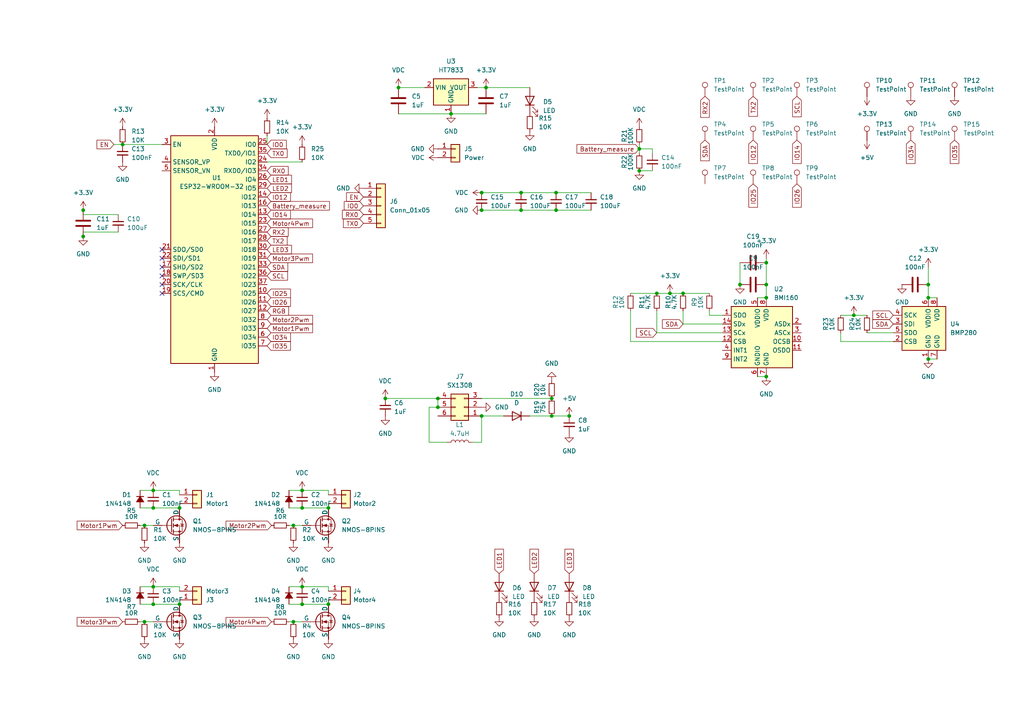
<source format=kicad_sch>
(kicad_sch (version 20250114) (generator "eeschema") (generator_version "9.0")
  (paper "A4")
  (lib_symbols
    (symbol "Connector:TestPoint" (pin_numbers (hide yes)) (pin_names (offset 0.762) (hide yes))
      (property "Reference" "TP" (at 0 6.858 0))
      (property "Value" "TestPoint" (at 0 5.08 0))
      (symbol "TestPoint_1_1"
        (pin passive line (at 0 0 90) (length 2.54) (name "1") (number "1"))
      )
    )
    (symbol "Connector_Generic:Conn_01x02" (pin_names (offset 1.016) (hide yes))
      (property "Reference" "J" (at 0 2.54 0))
      (property "Value" "Conn_01x02" (at 0 -5.08 0))
      (symbol "Conn_01x02_1_1"
        (pin passive line (at -5.08 0 0) (length 3.81) (name "Pin_1") (number "1"))
        (pin passive line (at -5.08 -2.54 0) (length 3.81) (name "Pin_2") (number "2"))
      )
    )
    (symbol "Connector_Generic:Conn_01x05" (pin_names (offset 1.016) (hide yes))
      (property "Reference" "J" (at 0 7.62 0))
      (property "Value" "Conn_01x05" (at 0 -7.62 0))
      (symbol "Conn_01x05_1_1"
        (pin passive line (at -5.08 5.08 0) (length 3.81) (name "Pin_1") (number "1"))
        (pin passive line (at -5.08 2.54 0) (length 3.81) (name "Pin_2") (number "2"))
        (pin passive line (at -5.08 0 0) (length 3.81) (name "Pin_3") (number "3"))
        (pin passive line (at -5.08 -2.54 0) (length 3.81) (name "Pin_4") (number "4"))
        (pin passive line (at -5.08 -5.08 0) (length 3.81) (name "Pin_5") (number "5"))
      )
    )
    (symbol "Connector_Generic:Conn_02x03_Counter_Clockwise" (pin_names (offset 1.016) (hide yes))
      (property "Reference" "J" (at 1.27 5.08 0))
      (property "Value" "Conn_02x03_Counter_Clockwise" (at 1.27 -5.08 0))
      (symbol "Conn_02x03_Counter_Clockwise_1_1"
        (pin passive line (at -5.08 2.54 0) (length 3.81) (name "Pin_1") (number "1"))
        (pin passive line (at -5.08 0 0) (length 3.81) (name "Pin_2") (number "2"))
        (pin passive line (at -5.08 -2.54 0) (length 3.81) (name "Pin_3") (number "3"))
        (pin passive line (at 7.62 2.54 180) (length 3.81) (name "Pin_6") (number "6"))
        (pin passive line (at 7.62 0 180) (length 3.81) (name "Pin_5") (number "5"))
        (pin passive line (at 7.62 -2.54 180) (length 3.81) (name "Pin_4") (number "4"))
      )
    )
    (symbol "Device:C" (pin_numbers (hide yes)) (pin_names (offset 0.254))
      (property "Reference" "C" (at 0.635 2.54 0))
      (property "Value" "C" (at 0.635 -2.54 0))
      (symbol "C_1_1"
        (pin passive line (at 0 3.81 270) (length 2.794) (name "~") (number "1"))
        (pin passive line (at 0 -3.81 90) (length 2.794) (name "~") (number "2"))
      )
    )
    (symbol "Device:C_Small" (pin_numbers (hide yes)) (pin_names (offset 0.254) (hide yes))
      (property "Reference" "C" (at 0.254 1.778 0))
      (property "Value" "C_Small" (at 0.254 -2.032 0))
      (symbol "C_Small_1_1"
        (pin passive line (at 0 2.54 270) (length 2.032) (name "~") (number "1"))
        (pin passive line (at 0 -2.54 90) (length 2.032) (name "~") (number "2"))
      )
    )
    (symbol "Device:D" (pin_numbers (hide yes)) (pin_names (offset 1.016) (hide yes))
      (property "Reference" "D" (at 0 2.54 0))
      (property "Value" "D" (at 0 -2.54 0))
      (symbol "D_1_1"
        (pin passive line (at -3.81 0 0) (length 2.54) (name "K") (number "1"))
        (pin passive line (at 3.81 0 180) (length 2.54) (name "A") (number "2"))
      )
    )
    (symbol "Device:D_Small_Filled" (pin_numbers (hide yes)) (pin_names (offset 0.254) (hide yes))
      (property "Reference" "D" (at -1.27 2.032 0))
      (property "Value" "D_Small_Filled" (at -3.81 -2.032 0))
      (symbol "D_Small_Filled_1_1"
        (pin passive line (at -2.54 0 0) (length 1.778) (name "K") (number "1"))
        (pin passive line (at 2.54 0 180) (length 1.778) (name "A") (number "2"))
      )
    )
    (symbol "Device:L" (pin_numbers (hide yes)) (pin_names (offset 1.016) (hide yes))
      (property "Reference" "L" (at -1.27 0 90))
      (property "Value" "L" (at 1.905 0 90))
      (symbol "L_1_1"
        (pin passive line (at 0 3.81 270) (length 1.27) (name "1") (number "1"))
        (pin passive line (at 0 -3.81 90) (length 1.27) (name "2") (number "2"))
      )
    )
    (symbol "Device:LED" (pin_numbers (hide yes)) (pin_names (offset 1.016) (hide yes))
      (property "Reference" "D" (at 0 2.54 0))
      (property "Value" "LED" (at 0 -2.54 0))
      (symbol "LED_1_1"
        (pin passive line (at -3.81 0 0) (length 2.54) (name "K") (number "1"))
        (pin passive line (at 3.81 0 180) (length 2.54) (name "A") (number "2"))
      )
    )
    (symbol "Device:R_Small" (pin_numbers (hide yes)) (pin_names (offset 0.254) (hide yes))
      (property "Reference" "R" (at 0.762 0.508 0))
      (property "Value" "R_Small" (at 0.762 -1.016 0))
      (symbol "R_Small_1_1"
        (pin passive line (at 0 2.54 270) (length 0.762) (name "~") (number "1"))
        (pin passive line (at 0 -2.54 90) (length 0.762) (name "~") (number "2"))
      )
    )
    (symbol "RF_Module:ESP32-WROOM-32"
      (property "Reference" "U" (at -12.7 34.29 0))
      (property "Value" "ESP32-WROOM-32" (at 1.27 34.29 0))
      (symbol "ESP32-WROOM-32_1_1"
        (pin input line (at -15.24 30.48 0) (length 2.54) (name "EN") (number "3"))
        (pin input line (at -15.24 25.4 0) (length 2.54) (name "SENSOR_VP") (number "4"))
        (pin input line (at -15.24 22.86 0) (length 2.54) (name "SENSOR_VN") (number "5"))
        (pin bidirectional line (at -15.24 0 0) (length 2.54) (name "SDO/SD0") (number "21"))
        (pin bidirectional line (at -15.24 -2.54 0) (length 2.54) (name "SDI/SD1") (number "22"))
        (pin bidirectional line (at -15.24 -5.08 0) (length 2.54) (name "SHD/SD2") (number "17"))
        (pin bidirectional line (at -15.24 -7.62 0) (length 2.54) (name "SWP/SD3") (number "18"))
        (pin bidirectional line (at -15.24 -10.16 0) (length 2.54) (name "SCK/CLK") (number "20"))
        (pin bidirectional line (at -15.24 -12.7 0) (length 2.54) (name "SCS/CMD") (number "19"))
        (pin no_connect line (at -12.7 -27.94 0) (length 2.54) (hide yes) (name "NC") (number "32"))
        (pin power_in line (at 0 35.56 270) (length 2.54) (name "VDD") (number "2"))
        (pin power_in line (at 0 -35.56 90) (length 2.54) (name "GND") (number "1"))
        (pin passive line (at 0 -35.56 90) (length 2.54) (hide yes) (name "GND") (number "15"))
        (pin passive line (at 0 -35.56 90) (length 2.54) (hide yes) (name "GND") (number "38"))
        (pin passive line (at 0 -35.56 90) (length 2.54) (hide yes) (name "GND") (number "39"))
        (pin bidirectional line (at 15.24 30.48 180) (length 2.54) (name "IO0") (number "25"))
        (pin bidirectional line (at 15.24 27.94 180) (length 2.54) (name "TXD0/IO1") (number "35"))
        (pin bidirectional line (at 15.24 25.4 180) (length 2.54) (name "IO2") (number "24"))
        (pin bidirectional line (at 15.24 22.86 180) (length 2.54) (name "RXD0/IO3") (number "34"))
        (pin bidirectional line (at 15.24 20.32 180) (length 2.54) (name "IO4") (number "26"))
        (pin bidirectional line (at 15.24 17.78 180) (length 2.54) (name "IO5") (number "29"))
        (pin bidirectional line (at 15.24 15.24 180) (length 2.54) (name "IO12") (number "14"))
        (pin bidirectional line (at 15.24 12.7 180) (length 2.54) (name "IO13") (number "16"))
        (pin bidirectional line (at 15.24 10.16 180) (length 2.54) (name "IO14") (number "13"))
        (pin bidirectional line (at 15.24 7.62 180) (length 2.54) (name "IO15") (number "23"))
        (pin bidirectional line (at 15.24 5.08 180) (length 2.54) (name "IO16") (number "27"))
        (pin bidirectional line (at 15.24 2.54 180) (length 2.54) (name "IO17") (number "28"))
        (pin bidirectional line (at 15.24 0 180) (length 2.54) (name "IO18") (number "30"))
        (pin bidirectional line (at 15.24 -2.54 180) (length 2.54) (name "IO19") (number "31"))
        (pin bidirectional line (at 15.24 -5.08 180) (length 2.54) (name "IO21") (number "33"))
        (pin bidirectional line (at 15.24 -7.62 180) (length 2.54) (name "IO22") (number "36"))
        (pin bidirectional line (at 15.24 -10.16 180) (length 2.54) (name "IO23") (number "37"))
        (pin bidirectional line (at 15.24 -12.7 180) (length 2.54) (name "IO25") (number "10"))
        (pin bidirectional line (at 15.24 -15.24 180) (length 2.54) (name "IO26") (number "11"))
        (pin bidirectional line (at 15.24 -17.78 180) (length 2.54) (name "IO27") (number "12"))
        (pin bidirectional line (at 15.24 -20.32 180) (length 2.54) (name "IO32") (number "8"))
        (pin bidirectional line (at 15.24 -22.86 180) (length 2.54) (name "IO33") (number "9"))
        (pin input line (at 15.24 -25.4 180) (length 2.54) (name "IO34") (number "6"))
        (pin input line (at 15.24 -27.94 180) (length 2.54) (name "IO35") (number "7"))
      )
    )
    (symbol "Regulator_Linear:HT75xx-1-SOT89"
      (property "Reference" "U" (at -5.08 -3.81 0))
      (property "Value" "HT75xx-1-SOT89" (at 0 6.35 0))
      (symbol "HT75xx-1-SOT89_1_1"
        (pin power_in line (at -7.62 2.54 0) (length 2.54) (name "VIN") (number "2"))
        (pin power_in line (at 0 -5.08 90) (length 2.54) (name "GND") (number "1"))
        (pin power_out line (at 7.62 2.54 180) (length 2.54) (name "VOUT") (number "3"))
      )
    )
    (symbol "Sensor_Motion:BMI160"
      (property "Reference" "U" (at -10.16 8.89 0))
      (property "Value" "BMI160" (at 7.62 8.89 0))
      (symbol "BMI160_1_1"
        (pin bidirectional line (at -12.7 5.08 0) (length 2.54) (name "SDO") (number "1"))
        (pin bidirectional line (at -12.7 2.54 0) (length 2.54) (name "SDx") (number "14"))
        (pin input line (at -12.7 0 0) (length 2.54) (name "SCx") (number "13"))
        (pin input line (at -12.7 -2.54 0) (length 2.54) (name "CSB") (number "12"))
        (pin bidirectional line (at -12.7 -5.08 0) (length 2.54) (name "INT1") (number "4"))
        (pin bidirectional line (at -12.7 -7.62 0) (length 2.54) (name "INT2") (number "9"))
        (pin power_in line (at -2.54 10.16 270) (length 2.54) (name "VDDIO") (number "5"))
        (pin power_in line (at -2.54 -12.7 90) (length 2.54) (name "GNDIO") (number "6"))
        (pin power_in line (at 0 10.16 270) (length 2.54) (name "VDD") (number "8"))
        (pin power_in line (at 0 -12.7 90) (length 2.54) (name "GND") (number "7"))
        (pin bidirectional line (at 10.16 2.54 180) (length 2.54) (name "ASDx") (number "2"))
        (pin output line (at 10.16 0 180) (length 2.54) (name "ASCx") (number "3"))
        (pin bidirectional line (at 10.16 -2.54 180) (length 2.54) (name "OCSB") (number "10"))
        (pin bidirectional line (at 10.16 -5.08 180) (length 2.54) (name "OSDO") (number "11"))
      )
    )
    (symbol "Sensor_Pressure:BMP280"
      (property "Reference" "U" (at -7.62 10.16 0))
      (property "Value" "BMP280" (at 5.08 10.16 0))
      (symbol "BMP280_1_1"
        (pin input line (at -10.16 5.08 0) (length 2.54) (name "SCK") (number "4"))
        (pin bidirectional line (at -10.16 2.54 0) (length 2.54) (name "SDI") (number "3"))
        (pin bidirectional line (at -10.16 0 0) (length 2.54) (name "SDO") (number "5"))
        (pin input line (at -10.16 -2.54 0) (length 2.54) (name "CSB") (number "2"))
        (pin power_in line (at 0 10.16 270) (length 2.54) (name "VDDIO") (number "6"))
        (pin power_in line (at 0 -7.62 90) (length 2.54) (name "GND") (number "1"))
        (pin power_in line (at 2.54 10.16 270) (length 2.54) (name "VDD") (number "8"))
        (pin power_in line (at 2.54 -7.62 90) (length 2.54) (name "GND") (number "7"))
      )
    )
    (symbol "TiManh:NMOS-8PINS" (pin_numbers (hide yes)) (pin_names (offset 0))
      (property "Reference" "Q" (at 3.81 1.27 0))
      (property "Value" "NMOS-8PINS" (at 3.81 -1.27 0))
      (symbol "NMOS-8PINS_1_1"
        (pin input line (at -6.35 0 0) (length 2.54) (name "G") (number "4"))
        (pin passive line (at 1.27 5.08 270) (length 2.54) (name "D") (number "5"))
        (pin passive line (at 1.27 5.08 270) (length 2.54) (name "D") (number "6"))
        (pin passive line (at 1.27 5.08 270) (length 2.54) (name "D") (number "7"))
        (pin passive line (at 1.27 5.08 270) (length 2.54) (name "D") (number "8"))
        (pin passive line (at 1.27 -5.08 90) (length 2.54) (name "S") (number "1"))
        (pin passive line (at 1.27 -5.08 90) (length 2.54) (name "S") (number "2"))
        (pin passive line (at 1.27 -5.08 90) (length 2.54) (name "S") (number "3"))
      )
    )
    (symbol "power:+3.3V" (power) (pin_numbers (hide yes)) (pin_names (offset 0) (hide yes))
      (property "Value" "+3.3V" (at 0 3.556 0))
      (symbol "+3.3V_1_1"
        (pin power_in line (at 0 0 90) (length 0) (name "~") (number "1"))
      )
    )
    (symbol "power:+5V" (power) (pin_numbers (hide yes)) (pin_names (offset 0) (hide yes))
      (property "Value" "+5V" (at 0 3.556 0))
      (symbol "+5V_1_1"
        (pin power_in line (at 0 0 90) (length 0) (name "~") (number "1"))
      )
    )
    (symbol "power:GND" (power) (pin_numbers (hide yes)) (pin_names (offset 0) (hide yes))
      (property "Value" "GND" (at 0 -3.81 0))
      (symbol "GND_1_1"
        (pin power_in line (at 0 0 270) (length 0) (name "~") (number "1"))
      )
    )
    (symbol "power:VDC" (power) (pin_numbers (hide yes)) (pin_names (offset 0) (hide yes))
      (property "Value" "VDC" (at 0 3.556 0))
      (symbol "VDC_1_1"
        (pin power_in line (at 0 0 90) (length 0) (name "~") (number "1"))
      )
    )
  )
  (junction (at 140.97 25.4))
  (junction (at 139.7 55.88))
  (junction (at 190.5 85.09))
  (junction (at 222.25 86.36))
  (junction (at 269.24 86.36))
  (junction (at 127 115.57))
  (junction (at 139.7 60.96))
  (junction (at 269.24 82.55))
  (junction (at 41.91 180.34))
  (junction (at 87.63 175.26))
  (junction (at 87.63 170.18))
  (junction (at 130.81 33.02))
  (junction (at 52.07 175.26))
  (junction (at 161.29 55.88))
  (junction (at 194.31 85.09))
  (junction (at 160.02 120.65))
  (junction (at 85.09 152.4))
  (junction (at 24.13 60.96))
  (junction (at 151.13 60.96))
  (junction (at 127 118.11))
  (junction (at 247.65 91.44))
  (junction (at 95.25 175.26))
  (junction (at 185.42 49.53))
  (junction (at 139.7 120.65))
  (junction (at 161.29 60.96))
  (junction (at 44.45 170.18))
  (junction (at 269.24 104.14))
  (junction (at 222.25 76.2))
  (junction (at 52.07 147.32))
  (junction (at 87.63 147.32))
  (junction (at 115.57 25.4))
  (junction (at 35.56 41.91))
  (junction (at 198.12 85.09))
  (junction (at 222.25 82.55))
  (junction (at 44.45 147.32))
  (junction (at 85.09 180.34))
  (junction (at 44.45 175.26))
  (junction (at 160.02 115.57))
  (junction (at 87.63 142.24))
  (junction (at 111.76 115.57))
  (junction (at 44.45 142.24))
  (junction (at 165.1 120.65))
  (junction (at 41.91 152.4))
  (junction (at 214.63 82.55))
  (junction (at 151.13 55.88))
  (junction (at 24.13 68.58))
  (junction (at 95.25 147.32))
  (junction (at 222.25 109.22))
  (junction (at 185.42 43.18))
  (no_connect (at 46.99 72.39))
  (no_connect (at 46.99 80.01))
  (no_connect (at 46.99 85.09))
  (no_connect (at 46.99 74.93))
  (no_connect (at 46.99 82.55))
  (no_connect (at 46.99 77.47))
  (wire (pts (xy 44.45 147.32) (xy 52.07 147.32)))
  (wire (pts (xy 190.5 85.09) (xy 194.31 85.09)))
  (wire (pts (xy 151.13 60.96) (xy 161.29 60.96)))
  (wire (pts (xy 139.7 115.57) (xy 160.02 115.57)))
  (wire (pts (xy 33.02 41.91) (xy 35.56 41.91)))
  (wire (pts (xy 214.63 76.2) (xy 214.63 82.55)))
  (wire (pts (xy 185.42 43.18) (xy 185.42 44.45)))
  (wire (pts (xy 185.42 41.91) (xy 185.42 43.18)))
  (wire (pts (xy 52.07 173.99) (xy 52.07 175.26)))
  (wire (pts (xy 124.46 118.11) (xy 127 118.11)))
  (wire (pts (xy 198.12 90.17) (xy 198.12 93.98)))
  (wire (pts (xy 243.84 96.52) (xy 243.84 99.06)))
  (wire (pts (xy 124.46 128.27) (xy 124.46 118.11)))
  (wire (pts (xy 182.88 90.17) (xy 182.88 99.06)))
  (wire (pts (xy 269.24 82.55) (xy 269.24 86.36)))
  (wire (pts (xy 190.5 96.52) (xy 209.55 96.52)))
  (wire (pts (xy 269.24 104.14) (xy 271.78 104.14)))
  (wire (pts (xy 44.45 170.18) (xy 52.07 170.18)))
  (wire (pts (xy 198.12 93.98) (xy 209.55 93.98)))
  (wire (pts (xy 77.47 46.99) (xy 87.63 46.99)))
  (wire (pts (xy 130.81 33.02) (xy 140.97 33.02)))
  (wire (pts (xy 138.43 25.4) (xy 140.97 25.4)))
  (wire (pts (xy 83.82 147.32) (xy 87.63 147.32)))
  (wire (pts (xy 41.91 180.34) (xy 44.45 180.34)))
  (wire (pts (xy 111.76 115.57) (xy 127 115.57)))
  (wire (pts (xy 40.64 180.34) (xy 41.91 180.34)))
  (wire (pts (xy 139.7 60.96) (xy 151.13 60.96)))
  (wire (pts (xy 160.02 120.65) (xy 165.1 120.65)))
  (wire (pts (xy 189.23 43.18) (xy 189.23 44.45)))
  (wire (pts (xy 87.63 170.18) (xy 95.25 170.18)))
  (wire (pts (xy 259.08 96.52) (xy 251.46 96.52)))
  (wire (pts (xy 269.24 77.47) (xy 269.24 82.55)))
  (wire (pts (xy 115.57 25.4) (xy 123.19 25.4)))
  (wire (pts (xy 161.29 55.88) (xy 171.45 55.88)))
  (wire (pts (xy 243.84 99.06) (xy 259.08 99.06)))
  (wire (pts (xy 24.13 67.31) (xy 24.13 68.58)))
  (wire (pts (xy 127 115.57) (xy 127 118.11)))
  (wire (pts (xy 85.09 180.34) (xy 87.63 180.34)))
  (wire (pts (xy 139.7 120.65) (xy 146.05 120.65)))
  (wire (pts (xy 52.07 170.18) (xy 52.07 171.45)))
  (wire (pts (xy 87.63 142.24) (xy 83.82 142.24)))
  (wire (pts (xy 153.67 120.65) (xy 160.02 120.65)))
  (wire (pts (xy 205.74 91.44) (xy 209.55 91.44)))
  (wire (pts (xy 194.31 85.09) (xy 198.12 85.09)))
  (wire (pts (xy 87.63 175.26) (xy 95.25 175.26)))
  (wire (pts (xy 87.63 147.32) (xy 95.25 147.32)))
  (wire (pts (xy 41.91 152.4) (xy 44.45 152.4)))
  (wire (pts (xy 95.25 173.99) (xy 95.25 175.26)))
  (wire (pts (xy 151.13 55.88) (xy 161.29 55.88)))
  (wire (pts (xy 83.82 170.18) (xy 87.63 170.18)))
  (wire (pts (xy 77.47 41.91) (xy 77.47 39.37)))
  (wire (pts (xy 44.45 175.26) (xy 52.07 175.26)))
  (wire (pts (xy 140.97 25.4) (xy 153.67 25.4)))
  (wire (pts (xy 222.25 74.93) (xy 222.25 76.2)))
  (wire (pts (xy 83.82 180.34) (xy 85.09 180.34)))
  (wire (pts (xy 44.45 142.24) (xy 52.07 142.24)))
  (wire (pts (xy 115.57 33.02) (xy 130.81 33.02)))
  (wire (pts (xy 190.5 90.17) (xy 190.5 96.52)))
  (wire (pts (xy 243.84 91.44) (xy 247.65 91.44)))
  (wire (pts (xy 34.29 67.31) (xy 24.13 67.31)))
  (wire (pts (xy 222.25 82.55) (xy 222.25 86.36)))
  (wire (pts (xy 219.71 86.36) (xy 222.25 86.36)))
  (wire (pts (xy 185.42 43.18) (xy 189.23 43.18)))
  (wire (pts (xy 83.82 152.4) (xy 85.09 152.4)))
  (wire (pts (xy 219.71 109.22) (xy 222.25 109.22)))
  (wire (pts (xy 95.25 143.51) (xy 95.25 142.24)))
  (wire (pts (xy 161.29 60.96) (xy 171.45 60.96)))
  (wire (pts (xy 198.12 85.09) (xy 205.74 85.09)))
  (wire (pts (xy 139.7 55.88) (xy 151.13 55.88)))
  (wire (pts (xy 95.25 146.05) (xy 95.25 147.32)))
  (wire (pts (xy 139.7 120.65) (xy 139.7 128.27)))
  (wire (pts (xy 205.74 90.17) (xy 205.74 91.44)))
  (wire (pts (xy 40.64 170.18) (xy 44.45 170.18)))
  (wire (pts (xy 40.64 142.24) (xy 44.45 142.24)))
  (wire (pts (xy 182.88 99.06) (xy 209.55 99.06)))
  (wire (pts (xy 40.64 147.32) (xy 44.45 147.32)))
  (wire (pts (xy 52.07 146.05) (xy 52.07 147.32)))
  (wire (pts (xy 247.65 91.44) (xy 251.46 91.44)))
  (wire (pts (xy 52.07 142.24) (xy 52.07 143.51)))
  (wire (pts (xy 129.54 128.27) (xy 124.46 128.27)))
  (wire (pts (xy 24.13 62.23) (xy 24.13 60.96)))
  (wire (pts (xy 269.24 86.36) (xy 271.78 86.36)))
  (wire (pts (xy 34.29 62.23) (xy 24.13 62.23)))
  (wire (pts (xy 85.09 152.4) (xy 87.63 152.4)))
  (wire (pts (xy 87.63 142.24) (xy 95.25 142.24)))
  (wire (pts (xy 222.25 76.2) (xy 222.25 82.55)))
  (wire (pts (xy 40.64 152.4) (xy 41.91 152.4)))
  (wire (pts (xy 185.42 49.53) (xy 189.23 49.53)))
  (wire (pts (xy 83.82 175.26) (xy 87.63 175.26)))
  (wire (pts (xy 35.56 41.91) (xy 46.99 41.91)))
  (wire (pts (xy 95.25 171.45) (xy 95.25 170.18)))
  (wire (pts (xy 40.64 175.26) (xy 44.45 175.26)))
  (wire (pts (xy 137.16 128.27) (xy 139.7 128.27)))
  (wire (pts (xy 182.88 85.09) (xy 190.5 85.09)))
  (global_label "Motor1Pwm" (shape input) (at 77.47 95.25 0) (property "Intersheetrefs" "${INTERSHEET_REFS}" (effects (hide yes))))
  (global_label "IO14" (shape input) (at 77.47 62.23 0) (property "Intersheetrefs" "${INTERSHEET_REFS}" (effects (hide yes))))
  (global_label "EN" (shape input) (at 105.41 57.15 180) (property "Intersheetrefs" "${INTERSHEET_REFS}" (effects (hide yes))))
  (global_label "SCL" (shape input) (at 231.14 27.94 270) (property "Intersheetrefs" "${INTERSHEET_REFS}" (effects (hide yes))))
  (global_label "SDA" (shape input) (at 77.47 77.47 0) (property "Intersheetrefs" "${INTERSHEET_REFS}" (effects (hide yes))))
  (global_label "SDA" (shape input) (at 198.12 93.98 180) (property "Intersheetrefs" "${INTERSHEET_REFS}" (effects (hide yes))))
  (global_label "IO14" (shape input) (at 231.14 40.64 270) (property "Intersheetrefs" "${INTERSHEET_REFS}" (effects (hide yes))))
  (global_label "IO12" (shape input) (at 77.47 57.15 0) (property "Intersheetrefs" "${INTERSHEET_REFS}" (effects (hide yes))))
  (global_label "RX0" (shape input) (at 105.41 62.23 180) (property "Intersheetrefs" "${INTERSHEET_REFS}" (effects (hide yes))))
  (global_label "IO25" (shape input) (at 77.47 85.09 0) (property "Intersheetrefs" "${INTERSHEET_REFS}" (effects (hide yes))))
  (global_label "IO34" (shape input) (at 77.47 97.79 0) (property "Intersheetrefs" "${INTERSHEET_REFS}" (effects (hide yes))))
  (global_label "IO35" (shape input) (at 77.47 100.33 0) (property "Intersheetrefs" "${INTERSHEET_REFS}" (effects (hide yes))))
  (global_label "EN" (shape input) (at 33.02 41.91 180) (property "Intersheetrefs" "${INTERSHEET_REFS}" (effects (hide yes))))
  (global_label "TX2" (shape input) (at 77.47 69.85 0) (property "Intersheetrefs" "${INTERSHEET_REFS}" (effects (hide yes))))
  (global_label "IO0" (shape input) (at 105.41 59.69 180) (property "Intersheetrefs" "${INTERSHEET_REFS}" (effects (hide yes))))
  (global_label "IO25" (shape input) (at 218.44 53.34 270) (property "Intersheetrefs" "${INTERSHEET_REFS}" (effects (hide yes))))
  (global_label "RGB" (shape input) (at 77.47 90.17 0) (property "Intersheetrefs" "${INTERSHEET_REFS}" (effects (hide yes))))
  (global_label "TX0" (shape input) (at 105.41 64.77 180) (property "Intersheetrefs" "${INTERSHEET_REFS}" (effects (hide yes))))
  (global_label "Battery_measure" (shape input) (at 185.42 43.18 180) (property "Intersheetrefs" "${INTERSHEET_REFS}" (effects (hide yes))))
  (global_label "IO34" (shape input) (at 264.16 40.64 270) (property "Intersheetrefs" "${INTERSHEET_REFS}" (effects (hide yes))))
  (global_label "SDA" (shape input) (at 259.08 93.98 180) (property "Intersheetrefs" "${INTERSHEET_REFS}" (effects (hide yes))))
  (global_label "TX0" (shape input) (at 77.47 44.45 0) (property "Intersheetrefs" "${INTERSHEET_REFS}" (effects (hide yes))))
  (global_label "SCL" (shape input) (at 259.08 91.44 180) (property "Intersheetrefs" "${INTERSHEET_REFS}" (effects (hide yes))))
  (global_label "LED1" (shape input) (at 77.47 52.07 0) (property "Intersheetrefs" "${INTERSHEET_REFS}" (effects (hide yes))))
  (global_label "SCL" (shape input) (at 77.47 80.01 0) (property "Intersheetrefs" "${INTERSHEET_REFS}" (effects (hide yes))))
  (global_label "SDA" (shape input) (at 204.47 40.64 270) (property "Intersheetrefs" "${INTERSHEET_REFS}" (effects (hide yes))))
  (global_label "LED3" (shape input) (at 165.1 166.37 90) (property "Intersheetrefs" "${INTERSHEET_REFS}" (effects (hide yes))))
  (global_label "LED3" (shape input) (at 77.47 72.39 0) (property "Intersheetrefs" "${INTERSHEET_REFS}" (effects (hide yes))))
  (global_label "RX0" (shape input) (at 77.47 49.53 0) (property "Intersheetrefs" "${INTERSHEET_REFS}" (effects (hide yes))))
  (global_label "Motor4Pwm" (shape input) (at 78.74 180.34 180) (property "Intersheetrefs" "${INTERSHEET_REFS}" (effects (hide yes))))
  (global_label "IO26" (shape input) (at 231.14 53.34 270) (property "Intersheetrefs" "${INTERSHEET_REFS}" (effects (hide yes))))
  (global_label "IO0" (shape input) (at 77.47 41.91 0) (property "Intersheetrefs" "${INTERSHEET_REFS}" (effects (hide yes))))
  (global_label "SCL" (shape input) (at 190.5 96.52 180) (property "Intersheetrefs" "${INTERSHEET_REFS}" (effects (hide yes))))
  (global_label "IO26" (shape input) (at 77.47 87.63 0) (property "Intersheetrefs" "${INTERSHEET_REFS}" (effects (hide yes))))
  (global_label "RX2" (shape input) (at 204.47 27.94 270) (property "Intersheetrefs" "${INTERSHEET_REFS}" (effects (hide yes))))
  (global_label "LED2" (shape input) (at 154.94 166.37 90) (property "Intersheetrefs" "${INTERSHEET_REFS}" (effects (hide yes))))
  (global_label "LED2" (shape input) (at 77.47 54.61 0) (property "Intersheetrefs" "${INTERSHEET_REFS}" (effects (hide yes))))
  (global_label "Motor2Pwm" (shape input) (at 78.74 152.4 180) (property "Intersheetrefs" "${INTERSHEET_REFS}" (effects (hide yes))))
  (global_label "IO12" (shape input) (at 218.44 40.64 270) (property "Intersheetrefs" "${INTERSHEET_REFS}" (effects (hide yes))))
  (global_label "TX2" (shape input) (at 218.44 27.94 270) (property "Intersheetrefs" "${INTERSHEET_REFS}" (effects (hide yes))))
  (global_label "Motor4Pwm" (shape input) (at 77.47 64.77 0) (property "Intersheetrefs" "${INTERSHEET_REFS}" (effects (hide yes))))
  (global_label "Battery_measure" (shape input) (at 77.47 59.69 0) (property "Intersheetrefs" "${INTERSHEET_REFS}" (effects (hide yes))))
  (global_label "Motor2Pwm" (shape input) (at 77.47 92.71 0) (property "Intersheetrefs" "${INTERSHEET_REFS}" (effects (hide yes))))
  (global_label "RX2" (shape input) (at 77.47 67.31 0) (property "Intersheetrefs" "${INTERSHEET_REFS}" (effects (hide yes))))
  (global_label "Motor3Pwm" (shape input) (at 35.56 180.34 180) (property "Intersheetrefs" "${INTERSHEET_REFS}" (effects (hide yes))))
  (global_label "Motor3Pwm" (shape input) (at 77.47 74.93 0) (property "Intersheetrefs" "${INTERSHEET_REFS}" (effects (hide yes))))
  (global_label "IO35" (shape input) (at 276.86 40.64 270) (property "Intersheetrefs" "${INTERSHEET_REFS}" (effects (hide yes))))
  (global_label "Motor1Pwm" (shape input) (at 35.56 152.4 180) (property "Intersheetrefs" "${INTERSHEET_REFS}" (effects (hide yes))))
  (global_label "LED1" (shape input) (at 144.78 166.37 90) (property "Intersheetrefs" "${INTERSHEET_REFS}" (effects (hide yes))))
  (symbol (lib_id "power:VDC") (at 185.42 36.83 0) (unit 1)
    (property "Reference" "#PWR040" (effects (hide yes)))
    (property "Value" "VDC" (at 185.42 31.75 0))
    (property "Description" "Power symbol creates a global label with name \"VDC\"" (effects (hide yes)))
  )
  (symbol (lib_id "Sensor_Motion:BMI160") (at 222.25 96.52 0) (unit 1)
    (property "Reference" "U2" (at 224.4441 83.82 0) (effects (justify left)))
    (property "Value" "BMI160" (at 224.4441 86.36 0) (effects (justify left)))
    (property "Footprint" "Package_LGA:Bosch_LGA-14_3x2.5mm_P0.5mm" (effects (hide yes)))
    (property "Datasheet" "https://www.bosch-sensortec.com/media/boschsensortec/downloads/datasheets/bst-bmi160-ds000.pdf" (effects (hide yes)))
    (property "Description" "Small, low power inertial measurement unit, LGA-14" (effects (hide yes)))
  )
  (symbol (lib_id "Device:C_Small") (at 87.63 172.72 0) (unit 1)
    (property "Reference" "C4" (at 90.17 171.4562 0) (effects (justify left)))
    (property "Value" "100nF" (at 90.17 173.9962 0) (effects (justify left)))
    (property "Footprint" "Capacitor_SMD:C_0603_1608Metric" (effects (hide yes)))
    (property "Description" "Unpolarized capacitor, small symbol" (effects (hide yes)))
  )
  (symbol (lib_id "power:+3.3V") (at 194.31 85.09 0) (unit 1)
    (property "Reference" "#PWR022" (effects (hide yes)))
    (property "Value" "+3.3V" (at 194.31 80.01 0))
    (property "Description" "Power symbol creates a global label with name \"+3.3V\"" (effects (hide yes)))
  )
  (symbol (lib_id "power:GND") (at 62.23 107.95 0) (unit 1)
    (property "Reference" "#PWR017" (effects (hide yes)))
    (property "Value" "GND" (at 62.23 113.03 0))
    (property "Description" "Power symbol creates a global label with name \"GND\" , ground" (effects (hide yes)))
  )
  (symbol (lib_id "Connector_Generic:Conn_01x02") (at 100.33 143.51 0) (unit 1)
    (property "Reference" "J2" (at 102.4065 143.5099 0) (effects (justify left)))
    (property "Value" "Motor2" (at 102.4065 146.0499 0) (effects (justify left)))
    (property "Footprint" "TiManh:DualPad_1x2mm" (effects (hide yes)))
    (property "Description" "Generic connector, single row, 01x02, script generated (kicad-library-utils/schlib/autogen/connector/)" (effects (hide yes)))
  )
  (symbol (lib_id "Device:R_Small") (at 182.88 87.63 180) (unit 1)
    (property "Reference" "R12" (at 178.562 87.63 90))
    (property "Value" "10K" (at 180.34 87.63 90))
    (property "Footprint" "Resistor_SMD:R_0603_1608Metric" (effects (hide yes)))
    (property "Description" "Resistor, small symbol" (effects (hide yes)))
  )
  (symbol (lib_id "Connector:TestPoint") (at 204.47 53.34 0) (unit 1)
    (property "Reference" "TP7" (at 207.01 48.7679 0) (effects (justify left)))
    (property "Value" "TestPoint" (at 207.01 51.3079 0) (effects (justify left)))
    (property "Footprint" "TiManh:Pad_1x1mm" (effects (hide yes)))
    (property "Description" "test point" (effects (hide yes)))
  )
  (symbol (lib_id "Device:R_Small") (at 160.02 113.03 180) (unit 1)
    (property "Reference" "R20" (at 155.702 113.03 90))
    (property "Value" "10k" (at 157.48 113.03 90))
    (property "Footprint" "Resistor_SMD:R_0603_1608Metric" (effects (hide yes)))
    (property "Description" "Resistor, small symbol" (effects (hide yes)))
  )
  (symbol (lib_id "Connector:TestPoint") (at 231.14 40.64 0) (unit 1)
    (property "Reference" "TP6" (at 233.68 36.0679 0) (effects (justify left)))
    (property "Value" "TestPoint" (at 233.68 38.6079 0) (effects (justify left)))
    (property "Footprint" "TiManh:Pad_1x1mm" (effects (hide yes)))
    (property "Description" "test point" (effects (hide yes)))
  )
  (symbol (lib_id "power:+3.3V") (at 251.46 27.94 180) (unit 1)
    (property "Reference" "#PWR057" (effects (hide yes)))
    (property "Value" "+3.3V" (at 251.46 33.02 0))
    (property "Description" "Power symbol creates a global label with name \"+3.3V\"" (effects (hide yes)))
  )
  (symbol (lib_id "Device:R_Small") (at 144.78 176.53 0) (unit 1)
    (property "Reference" "R16" (at 147.32 175.2599 0) (effects (justify left)))
    (property "Value" "10K" (at 147.32 177.7999 0) (effects (justify left)))
    (property "Footprint" "Resistor_SMD:R_0603_1608Metric" (effects (hide yes)))
    (property "Description" "Resistor, small symbol" (effects (hide yes)))
  )
  (symbol (lib_id "Device:C_Small") (at 171.45 58.42 0) (unit 1)
    (property "Reference" "C18" (at 173.99 57.1562 0) (effects (justify left)))
    (property "Value" "100uF" (at 173.99 59.6962 0) (effects (justify left)))
    (property "Footprint" "Capacitor_SMD:C_1206_3216Metric" (effects (hide yes)))
    (property "Description" "Unpolarized capacitor, small symbol" (effects (hide yes)))
  )
  (symbol (lib_id "power:GND") (at 165.1 179.07 0) (unit 1)
    (property "Reference" "#PWR033" (effects (hide yes)))
    (property "Value" "GND" (at 165.1 184.15 0))
    (property "Description" "Power symbol creates a global label with name \"GND\" , ground" (effects (hide yes)))
  )
  (symbol (lib_id "power:GND") (at 276.86 27.94 0) (unit 1)
    (property "Reference" "#PWR059" (effects (hide yes)))
    (property "Value" "GND" (at 276.86 33.02 0))
    (property "Description" "Power symbol creates a global label with name \"GND\" , ground" (effects (hide yes)))
  )
  (symbol (lib_id "power:GND") (at 139.7 118.11 90) (unit 1)
    (property "Reference" "#PWR036" (effects (hide yes)))
    (property "Value" "GND" (at 143.51 118.1099 90) (effects (justify right)))
    (property "Description" "Power symbol creates a global label with name \"GND\" , ground" (effects (hide yes)))
  )
  (symbol (lib_id "Connector_Generic:Conn_01x02") (at 132.08 43.18 0) (unit 1)
    (property "Reference" "J5" (at 134.62 43.1799 0) (effects (justify left)))
    (property "Value" "Power" (at 134.62 45.7199 0) (effects (justify left)))
    (property "Footprint" "TiManh:DualPad_2x3mm" (effects (hide yes)))
    (property "Description" "Generic connector, single row, 01x02, script generated (kicad-library-utils/schlib/autogen/connector/)" (effects (hide yes)))
  )
  (symbol (lib_id "power:GND") (at 35.56 46.99 0) (unit 1)
    (property "Reference" "#PWR027" (effects (hide yes)))
    (property "Value" "GND" (at 35.56 52.07 0))
    (property "Description" "Power symbol creates a global label with name \"GND\" , ground" (effects (hide yes)))
  )
  (symbol (lib_id "power:GND") (at 41.91 157.48 0) (unit 1)
    (property "Reference" "#PWR07" (effects (hide yes)))
    (property "Value" "GND" (at 41.91 162.56 0))
    (property "Description" "Power symbol creates a global label with name \"GND\" , ground" (effects (hide yes)))
  )
  (symbol (lib_id "Device:C_Small") (at 165.1 123.19 0) (unit 1)
    (property "Reference" "C8" (at 167.64 121.9262 0) (effects (justify left)))
    (property "Value" "1uF" (at 167.64 124.4662 0) (effects (justify left)))
    (property "Footprint" "Capacitor_SMD:C_0603_1608Metric" (effects (hide yes)))
    (property "Description" "Unpolarized capacitor, small symbol" (effects (hide yes)))
  )
  (symbol (lib_id "power:GND") (at 111.76 120.65 0) (unit 1)
    (property "Reference" "#PWR038" (effects (hide yes)))
    (property "Value" "GND" (at 111.76 125.73 0))
    (property "Description" "Power symbol creates a global label with name \"GND\" , ground" (effects (hide yes)))
  )
  (symbol (lib_id "Device:R_Small") (at 185.42 46.99 180) (unit 1)
    (property "Reference" "R22" (at 181.102 46.99 90))
    (property "Value" "100K" (at 182.88 46.99 90))
    (property "Footprint" "Resistor_SMD:R_0603_1608Metric" (effects (hide yes)))
    (property "Description" "Resistor, small symbol" (effects (hide yes)))
  )
  (symbol (lib_id "Device:R_Small") (at 38.1 152.4 90) (unit 1)
    (property "Reference" "R5" (at 38.1 148.082 90))
    (property "Value" "10R" (at 38.1 149.86 90))
    (property "Footprint" "Resistor_SMD:R_0603_1608Metric" (effects (hide yes)))
    (property "Description" "Resistor, small symbol" (effects (hide yes)))
  )
  (symbol (lib_id "Device:R_Small") (at 165.1 176.53 0) (unit 1)
    (property "Reference" "R18" (at 167.64 175.2599 0) (effects (justify left)))
    (property "Value" "10K" (at 167.64 177.7999 0) (effects (justify left)))
    (property "Footprint" "Resistor_SMD:R_0603_1608Metric" (effects (hide yes)))
    (property "Description" "Resistor, small symbol" (effects (hide yes)))
  )
  (symbol (lib_id "TiManh:NMOS-8PINS") (at 50.8 152.4 0) (unit 1)
    (property "Reference" "Q1" (at 55.88 151.1299 0) (effects (justify left)))
    (property "Value" "NMOS-8PINS" (at 55.88 153.6699 0) (effects (justify left)))
    (property "Footprint" "AON7410:DFN8_3X3_EP_AOS" (effects (hide yes)))
  )
  (symbol (lib_id "power:GND") (at 144.78 179.07 0) (unit 1)
    (property "Reference" "#PWR031" (effects (hide yes)))
    (property "Value" "GND" (at 144.78 184.15 0))
    (property "Description" "Power symbol creates a global label with name \"GND\" , ground" (effects (hide yes)))
  )
  (symbol (lib_id "Device:R_Small") (at 185.42 39.37 180) (unit 1)
    (property "Reference" "R21" (at 181.102 39.37 90))
    (property "Value" "100K" (at 182.88 39.37 90))
    (property "Footprint" "Resistor_SMD:R_0603_1608Metric" (effects (hide yes)))
    (property "Description" "Resistor, small symbol" (effects (hide yes)))
  )
  (symbol (lib_id "Connector:TestPoint") (at 218.44 27.94 0) (unit 1)
    (property "Reference" "TP2" (at 220.98 23.3679 0) (effects (justify left)))
    (property "Value" "TestPoint" (at 220.98 25.9079 0) (effects (justify left)))
    (property "Footprint" "TiManh:Pad_1x1mm" (effects (hide yes)))
    (property "Description" "test point" (effects (hide yes)))
  )
  (symbol (lib_id "Device:C_Small") (at 34.29 64.77 0) (unit 1)
    (property "Reference" "C10" (at 36.83 63.5062 0) (effects (justify left)))
    (property "Value" "100uF" (at 36.83 66.0462 0) (effects (justify left)))
    (property "Footprint" "Capacitor_SMD:C_1206_3216Metric" (effects (hide yes)))
    (property "Description" "Unpolarized capacitor, small symbol" (effects (hide yes)))
  )
  (symbol (lib_id "power:GND") (at 127 43.18 270) (unit 1)
    (property "Reference" "#PWR020" (effects (hide yes)))
    (property "Value" "GND" (at 123.19 43.1799 90) (effects (justify right)))
    (property "Description" "Power symbol creates a global label with name \"GND\" , ground" (effects (hide yes)))
  )
  (symbol (lib_id "Device:R_Small") (at 81.28 180.34 90) (unit 1)
    (property "Reference" "R8" (at 81.28 176.022 90))
    (property "Value" "10R" (at 81.28 177.8 90))
    (property "Footprint" "Resistor_SMD:R_0603_1608Metric" (effects (hide yes)))
    (property "Description" "Resistor, small symbol" (effects (hide yes)))
  )
  (symbol (lib_id "power:GND") (at 95.25 157.48 0) (unit 1)
    (property "Reference" "#PWR09" (effects (hide yes)))
    (property "Value" "GND" (at 95.25 162.56 0))
    (property "Description" "Power symbol creates a global label with name \"GND\" , ground" (effects (hide yes)))
  )
  (symbol (lib_id "Device:LED") (at 154.94 170.18 90) (unit 1)
    (property "Reference" "D7" (at 158.75 170.4974 90) (effects (justify right)))
    (property "Value" "LED" (at 158.75 173.0374 90) (effects (justify right)))
    (property "Footprint" "LED_SMD:LED_0603_1608Metric" (effects (hide yes)))
    (property "Description" "Light emitting diode" (effects (hide yes)))
  )
  (symbol (lib_id "power:+3.3V") (at 77.47 34.29 0) (unit 1)
    (property "Reference" "#PWR029" (effects (hide yes)))
    (property "Value" "+3.3V" (at 77.47 29.21 0))
    (property "Description" "Power symbol creates a global label with name \"+3.3V\"" (effects (hide yes)))
  )
  (symbol (lib_id "Device:LED") (at 144.78 170.18 90) (unit 1)
    (property "Reference" "D6" (at 148.59 170.4974 90) (effects (justify right)))
    (property "Value" "LED" (at 148.59 173.0374 90) (effects (justify right)))
    (property "Footprint" "LED_SMD:LED_0603_1608Metric" (effects (hide yes)))
    (property "Description" "Light emitting diode" (effects (hide yes)))
  )
  (symbol (lib_id "power:GND") (at 165.1 125.73 0) (unit 1)
    (property "Reference" "#PWR054" (effects (hide yes)))
    (property "Value" "GND" (at 165.1 130.81 0))
    (property "Description" "Power symbol creates a global label with name \"GND\" , ground" (effects (hide yes)))
  )
  (symbol (lib_id "power:GND") (at 261.62 82.55 0) (unit 1)
    (property "Reference" "#PWR044" (effects (hide yes)))
    (property "Value" "GND" (at 261.62 87.63 0))
    (property "Description" "Power symbol creates a global label with name \"GND\" , ground" (effects (hide yes)))
  )
  (symbol (lib_id "power:+3.3V") (at 140.97 25.4 0) (unit 1)
    (property "Reference" "#PWR05" (effects (hide yes)))
    (property "Value" "+3.3V" (at 140.97 20.32 0))
    (property "Description" "Power symbol creates a global label with name \"+3.3V\"" (effects (hide yes)))
  )
  (symbol (lib_id "RF_Module:ESP32-WROOM-32") (at 62.23 72.39 0) (unit 1)
    (property "Reference" "U1" (at 61.468 51.562 0) (effects (justify left)))
    (property "Value" "ESP32-WROOM-32" (at 52.07 54.102 0) (effects (justify left)))
    (property "Footprint" "RF_Module:ESP32-WROOM-32" (effects (hide yes)))
    (property "Datasheet" "https://www.espressif.com/sites/default/files/documentation/esp32-wroom-32_datasheet_en.pdf" (effects (hide yes)))
    (property "Description" "RF Module, ESP32-D0WDQ6 SoC, Wi-Fi 802.11b/g/n, Bluetooth, BLE, 32-bit, 2.7-3.6V, onboard antenna, SMD" (effects (hide yes)))
  )
  (symbol (lib_id "power:VDC") (at 127 45.72 90) (unit 1)
    (property "Reference" "#PWR019" (effects (hide yes)))
    (property "Value" "VDC" (at 123.19 45.7199 90) (effects (justify left)))
    (property "Description" "Power symbol creates a global label with name \"VDC\"" (effects (hide yes)))
  )
  (symbol (lib_id "TiManh:NMOS-8PINS") (at 50.8 180.34 0) (unit 1)
    (property "Reference" "Q3" (at 55.88 179.0699 0) (effects (justify left)))
    (property "Value" "NMOS-8PINS" (at 55.88 181.6099 0) (effects (justify left)))
    (property "Footprint" "AON7410:DFN8_3X3_EP_AOS" (effects (hide yes)))
  )
  (symbol (lib_id "Connector_Generic:Conn_02x03_Counter_Clockwise") (at 134.62 118.11 180) (unit 1)
    (property "Reference" "J7" (at 133.35 109.22 0))
    (property "Value" "SX1308" (at 133.35 111.76 0))
    (property "Footprint" "Package_TO_SOT_SMD:SOT-23-6" (effects (hide yes)))
    (property "Description" "Generic connector, double row, 02x03, counter clockwise pin numbering scheme (similar to DIP package numbering), script generated (kicad-library-utils/schlib/autogen/connector/)" (effects (hide yes)))
  )
  (symbol (lib_id "Device:C") (at 140.97 29.21 0) (unit 1)
    (property "Reference" "C7" (at 144.78 27.9399 0) (effects (justify left)))
    (property "Value" "1uF" (at 144.78 30.4799 0) (effects (justify left)))
    (property "Footprint" "Capacitor_SMD:C_0603_1608Metric" (effects (hide yes)))
    (property "Description" "Unpolarized capacitor" (effects (hide yes)))
  )
  (symbol (lib_id "power:GND") (at 85.09 185.42 0) (unit 1)
    (property "Reference" "#PWR015" (effects (hide yes)))
    (property "Value" "GND" (at 85.09 190.5 0))
    (property "Description" "Power symbol creates a global label with name \"GND\" , ground" (effects (hide yes)))
  )
  (symbol (lib_id "Device:D_Small_Filled") (at 40.64 144.78 90) (mirror x) (unit 1)
    (property "Reference" "D1" (at 38.1 143.5099 90) (effects (justify left)))
    (property "Value" "1N4148" (at 38.1 146.0499 90) (effects (justify left)))
    (property "Footprint" "Diode_SMD:D_SOD-323" (effects (hide yes)))
    (property "Description" "Diode, small symbol, filled shape" (effects (hide yes)))
    (property "Sim.Device" "D" (effects (hide yes)))
    (property "Sim.Pins" "1=K 2=A" (effects (hide yes)))
  )
  (symbol (lib_id "Connector_Generic:Conn_01x02") (at 57.15 143.51 0) (unit 1)
    (property "Reference" "J1" (at 59.69 143.5099 0) (effects (justify left)))
    (property "Value" "Motor1" (at 59.69 146.0499 0) (effects (justify left)))
    (property "Footprint" "TiManh:DualPad_1x2mm" (effects (hide yes)))
    (property "Description" "Generic connector, single row, 01x02, script generated (kicad-library-utils/schlib/autogen/connector/)" (effects (hide yes)))
  )
  (symbol (lib_id "Device:D_Small_Filled") (at 83.82 172.72 90) (mirror x) (unit 1)
    (property "Reference" "D4" (at 81.28 171.4499 90) (effects (justify left)))
    (property "Value" "1N4148" (at 81.28 173.9899 90) (effects (justify left)))
    (property "Footprint" "Diode_SMD:D_SOD-323" (effects (hide yes)))
    (property "Description" "Diode, small symbol, filled shape" (effects (hide yes)))
    (property "Sim.Device" "D" (effects (hide yes)))
    (property "Sim.Pins" "1=K 2=A" (effects (hide yes)))
  )
  (symbol (lib_id "power:GND") (at 52.07 157.48 0) (unit 1)
    (property "Reference" "#PWR02" (effects (hide yes)))
    (property "Value" "GND" (at 52.07 162.56 0))
    (property "Description" "Power symbol creates a global label with name \"GND\" , ground" (effects (hide yes)))
  )
  (symbol (lib_id "Device:C") (at 218.44 82.55 90) (unit 1)
    (property "Reference" "C9" (at 218.44 74.93 90))
    (property "Value" "100nF" (at 218.44 77.47 90))
    (property "Footprint" "Capacitor_SMD:C_0603_1608Metric" (effects (hide yes)))
    (property "Description" "Unpolarized capacitor" (effects (hide yes)))
  )
  (symbol (lib_id "Device:C_Small") (at 44.45 172.72 0) (unit 1)
    (property "Reference" "C3" (at 46.99 171.4562 0) (effects (justify left)))
    (property "Value" "100nF" (at 46.99 173.9962 0) (effects (justify left)))
    (property "Footprint" "Capacitor_SMD:C_0603_1608Metric" (effects (hide yes)))
    (property "Description" "Unpolarized capacitor, small symbol" (effects (hide yes)))
  )
  (symbol (lib_id "power:GND") (at 214.63 82.55 0) (unit 1)
    (property "Reference" "#PWR024" (effects (hide yes)))
    (property "Value" "GND" (at 214.63 87.63 0))
    (property "Description" "Power symbol creates a global label with name \"GND\" , ground" (effects (hide yes)))
  )
  (symbol (lib_id "power:GND") (at 105.41 54.61 270) (unit 1)
    (property "Reference" "#PWR021" (effects (hide yes)))
    (property "Value" "GND" (at 101.6 54.6099 90) (effects (justify right)))
    (property "Description" "Power symbol creates a global label with name \"GND\" , ground" (effects (hide yes)))
  )
  (symbol (lib_id "power:GND") (at 24.13 68.58 0) (unit 1)
    (property "Reference" "#PWR026" (effects (hide yes)))
    (property "Value" "GND" (at 24.13 73.66 0))
    (property "Description" "Power symbol creates a global label with name \"GND\" , ground" (effects (hide yes)))
  )
  (symbol (lib_id "power:+3.3V") (at 62.23 36.83 0) (unit 1)
    (property "Reference" "#PWR06" (effects (hide yes)))
    (property "Value" "+3.3V" (at 62.23 31.75 0))
    (property "Description" "Power symbol creates a global label with name \"+3.3V\"" (effects (hide yes)))
  )
  (symbol (lib_id "Connector:TestPoint") (at 251.46 40.64 0) (unit 1)
    (property "Reference" "TP13" (at 254 36.0679 0) (effects (justify left)))
    (property "Value" "TestPoint" (at 254 38.6079 0) (effects (justify left)))
    (property "Footprint" "TiManh:Pad_1x1mm" (effects (hide yes)))
    (property "Description" "test point" (effects (hide yes)))
  )
  (symbol (lib_id "Device:C_Small") (at 111.76 118.11 0) (unit 1)
    (property "Reference" "C6" (at 114.3 116.8462 0) (effects (justify left)))
    (property "Value" "1uF" (at 114.3 119.3862 0) (effects (justify left)))
    (property "Footprint" "Capacitor_SMD:C_0603_1608Metric" (effects (hide yes)))
    (property "Description" "Unpolarized capacitor, small symbol" (effects (hide yes)))
  )
  (symbol (lib_id "Device:D_Small_Filled") (at 40.64 172.72 90) (mirror x) (unit 1)
    (property "Reference" "D3" (at 38.1 171.4499 90) (effects (justify left)))
    (property "Value" "1N4148" (at 38.1 173.9899 90) (effects (justify left)))
    (property "Footprint" "Diode_SMD:D_SOD-323" (effects (hide yes)))
    (property "Description" "Diode, small symbol, filled shape" (effects (hide yes)))
    (property "Sim.Device" "D" (effects (hide yes)))
    (property "Sim.Pins" "1=K 2=A" (effects (hide yes)))
  )
  (symbol (lib_id "Device:C_Small") (at 139.7 58.42 0) (unit 1)
    (property "Reference" "C15" (at 142.24 57.1562 0) (effects (justify left)))
    (property "Value" "100uF" (at 142.24 59.6962 0) (effects (justify left)))
    (property "Footprint" "Capacitor_SMD:C_1206_3216Metric" (effects (hide yes)))
    (property "Description" "Unpolarized capacitor, small symbol" (effects (hide yes)))
  )
  (symbol (lib_id "Device:C") (at 265.43 82.55 90) (unit 1)
    (property "Reference" "C12" (at 265.43 74.93 90))
    (property "Value" "100nF" (at 265.43 77.47 90))
    (property "Footprint" "Capacitor_SMD:C_0603_1608Metric" (effects (hide yes)))
    (property "Description" "Unpolarized capacitor" (effects (hide yes)))
  )
  (symbol (lib_id "Device:R_Small") (at 153.67 35.56 0) (unit 1)
    (property "Reference" "R15" (at 156.21 34.2899 0) (effects (justify left)))
    (property "Value" "10K" (at 156.21 36.8299 0) (effects (justify left)))
    (property "Footprint" "Resistor_SMD:R_0603_1608Metric" (effects (hide yes)))
    (property "Description" "Resistor, small symbol" (effects (hide yes)))
  )
  (symbol (lib_id "Device:C_Small") (at 189.23 46.99 0) (unit 1)
    (property "Reference" "C14" (at 191.77 45.7262 0) (effects (justify left)))
    (property "Value" "100nF" (at 191.77 48.2662 0) (effects (justify left)))
    (property "Footprint" "Capacitor_SMD:C_0603_1608Metric" (effects (hide yes)))
    (property "Description" "Unpolarized capacitor, small symbol" (effects (hide yes)))
  )
  (symbol (lib_id "Connector_Generic:Conn_01x02") (at 100.33 171.45 0) (unit 1)
    (property "Reference" "J4" (at 102.4065 171.4499 0) (effects (justify left)))
    (property "Value" "Motor4" (at 102.4065 173.9899 0) (effects (justify left)))
    (property "Footprint" "TiManh:DualPad_1x2mm" (effects (hide yes)))
    (property "Description" "Generic connector, single row, 01x02, script generated (kicad-library-utils/schlib/autogen/connector/)" (effects (hide yes)))
  )
  (symbol (lib_id "power:GND") (at 41.91 185.42 0) (unit 1)
    (property "Reference" "#PWR013" (effects (hide yes)))
    (property "Value" "GND" (at 41.91 190.5 0))
    (property "Description" "Power symbol creates a global label with name \"GND\" , ground" (effects (hide yes)))
  )
  (symbol (lib_id "power:+3.3V") (at 269.24 77.47 0) (unit 1)
    (property "Reference" "#PWR042" (effects (hide yes)))
    (property "Value" "+3.3V" (at 269.24 72.39 0))
    (property "Description" "Power symbol creates a global label with name \"+3.3V\"" (effects (hide yes)))
  )
  (symbol (lib_id "Device:R_Small") (at 198.12 87.63 180) (unit 1)
    (property "Reference" "R10" (at 193.802 87.63 90))
    (property "Value" "4.7K" (at 195.58 87.63 90))
    (property "Footprint" "Resistor_SMD:R_0603_1608Metric" (effects (hide yes)))
    (property "Description" "Resistor, small symbol" (effects (hide yes)))
  )
  (symbol (lib_id "Connector:TestPoint") (at 218.44 40.64 0) (unit 1)
    (property "Reference" "TP5" (at 220.98 36.0679 0) (effects (justify left)))
    (property "Value" "TestPoint" (at 220.98 38.6079 0) (effects (justify left)))
    (property "Footprint" "TiManh:Pad_1x1mm" (effects (hide yes)))
    (property "Description" "test point" (effects (hide yes)))
  )
  (symbol (lib_id "Device:L") (at 133.35 128.27 90) (unit 1)
    (property "Reference" "L1" (at 133.35 123.19 90))
    (property "Value" "4.7uH" (at 133.35 125.73 90))
    (property "Footprint" "Inductor_SMD:L_Chilisin_BMRA00040420" (effects (hide yes)))
    (property "Description" "Inductor" (effects (hide yes)))
  )
  (symbol (lib_id "power:VDC") (at 87.63 170.18 0) (unit 1)
    (property "Reference" "#PWR012" (effects (hide yes)))
    (property "Value" "VDC" (at 87.63 165.1 0))
    (property "Description" "Power symbol creates a global label with name \"VDC\"" (effects (hide yes)))
  )
  (symbol (lib_id "Device:R_Small") (at 38.1 180.34 90) (unit 1)
    (property "Reference" "R7" (at 38.1 176.022 90))
    (property "Value" "10R" (at 38.1 177.8 90))
    (property "Footprint" "Resistor_SMD:R_0603_1608Metric" (effects (hide yes)))
    (property "Description" "Resistor, small symbol" (effects (hide yes)))
  )
  (symbol (lib_id "power:GND") (at 222.25 109.22 0) (unit 1)
    (property "Reference" "#PWR018" (effects (hide yes)))
    (property "Value" "GND" (at 222.25 114.3 0))
    (property "Description" "Power symbol creates a global label with name \"GND\" , ground" (effects (hide yes)))
  )
  (symbol (lib_id "Connector:TestPoint") (at 264.16 40.64 0) (unit 1)
    (property "Reference" "TP14" (at 266.7 36.0679 0) (effects (justify left)))
    (property "Value" "TestPoint" (at 266.7 38.6079 0) (effects (justify left)))
    (property "Footprint" "TiManh:Pad_1x1mm" (effects (hide yes)))
    (property "Description" "test point" (effects (hide yes)))
  )
  (symbol (lib_id "Device:C_Small") (at 87.63 144.78 0) (unit 1)
    (property "Reference" "C2" (at 90.17 143.5162 0) (effects (justify left)))
    (property "Value" "100nF" (at 90.17 146.0562 0) (effects (justify left)))
    (property "Footprint" "Capacitor_SMD:C_0603_1608Metric" (effects (hide yes)))
    (property "Description" "Unpolarized capacitor, small symbol" (effects (hide yes)))
  )
  (symbol (lib_id "power:VDC") (at 139.7 55.88 90) (unit 1)
    (property "Reference" "#PWR052" (effects (hide yes)))
    (property "Value" "VDC" (at 135.89 55.8799 90) (effects (justify left)))
    (property "Description" "Power symbol creates a global label with name \"VDC\"" (effects (hide yes)))
  )
  (symbol (lib_id "Device:R_Small") (at 77.47 36.83 0) (unit 1)
    (property "Reference" "R14" (at 80.01 35.5599 0) (effects (justify left)))
    (property "Value" "10K" (at 80.01 38.0999 0) (effects (justify left)))
    (property "Footprint" "Resistor_SMD:R_0603_1608Metric" (effects (hide yes)))
    (property "Description" "Resistor, small symbol" (effects (hide yes)))
  )
  (symbol (lib_id "Device:C_Small") (at 151.13 58.42 0) (unit 1)
    (property "Reference" "C16" (at 153.67 57.1562 0) (effects (justify left)))
    (property "Value" "100uF" (at 153.67 59.6962 0) (effects (justify left)))
    (property "Footprint" "Capacitor_SMD:C_1206_3216Metric" (effects (hide yes)))
    (property "Description" "Unpolarized capacitor, small symbol" (effects (hide yes)))
  )
  (symbol (lib_id "Connector:TestPoint") (at 276.86 27.94 0) (unit 1)
    (property "Reference" "TP12" (at 279.4 23.3679 0) (effects (justify left)))
    (property "Value" "TestPoint" (at 279.4 25.9079 0) (effects (justify left)))
    (property "Footprint" "TiManh:Pad_1x1mm" (effects (hide yes)))
    (property "Description" "test point" (effects (hide yes)))
  )
  (symbol (lib_id "Device:R_Small") (at 41.91 182.88 0) (unit 1)
    (property "Reference" "R3" (at 44.45 181.6099 0) (effects (justify left)))
    (property "Value" "10K" (at 44.45 184.1499 0) (effects (justify left)))
    (property "Footprint" "Resistor_SMD:R_0603_1608Metric" (effects (hide yes)))
    (property "Description" "Resistor, small symbol" (effects (hide yes)))
  )
  (symbol (lib_id "Connector:TestPoint") (at 231.14 27.94 0) (unit 1)
    (property "Reference" "TP3" (at 233.68 23.3679 0) (effects (justify left)))
    (property "Value" "TestPoint" (at 233.68 25.9079 0) (effects (justify left)))
    (property "Footprint" "TiManh:Pad_1x1mm" (effects (hide yes)))
    (property "Description" "test point" (effects (hide yes)))
  )
  (symbol (lib_id "Device:C_Small") (at 161.29 58.42 0) (unit 1)
    (property "Reference" "C17" (at 163.83 57.1562 0) (effects (justify left)))
    (property "Value" "100uF" (at 163.83 59.6962 0) (effects (justify left)))
    (property "Footprint" "Capacitor_SMD:C_1206_3216Metric" (effects (hide yes)))
    (property "Description" "Unpolarized capacitor, small symbol" (effects (hide yes)))
  )
  (symbol (lib_id "Device:R_Small") (at 190.5 87.63 180) (unit 1)
    (property "Reference" "R11" (at 186.182 87.63 90))
    (property "Value" "4.7K" (at 187.96 87.63 90))
    (property "Footprint" "Resistor_SMD:R_0603_1608Metric" (effects (hide yes)))
    (property "Description" "Resistor, small symbol" (effects (hide yes)))
  )
  (symbol (lib_id "Device:LED") (at 165.1 170.18 90) (unit 1)
    (property "Reference" "D8" (at 168.91 170.4974 90) (effects (justify right)))
    (property "Value" "LED" (at 168.91 173.0374 90) (effects (justify right)))
    (property "Footprint" "LED_SMD:LED_0603_1608Metric" (effects (hide yes)))
    (property "Description" "Light emitting diode" (effects (hide yes)))
  )
  (symbol (lib_id "power:GND") (at 154.94 179.07 0) (unit 1)
    (property "Reference" "#PWR032" (effects (hide yes)))
    (property "Value" "GND" (at 154.94 184.15 0))
    (property "Description" "Power symbol creates a global label with name \"GND\" , ground" (effects (hide yes)))
  )
  (symbol (lib_id "power:VDC") (at 44.45 170.18 0) (unit 1)
    (property "Reference" "#PWR011" (effects (hide yes)))
    (property "Value" "VDC" (at 44.45 165.1 0))
    (property "Description" "Power symbol creates a global label with name \"VDC\"" (effects (hide yes)))
  )
  (symbol (lib_id "power:+5V") (at 251.46 40.64 180) (unit 1)
    (property "Reference" "#PWR062" (effects (hide yes)))
    (property "Value" "+5V" (at 251.46 45.72 0))
    (property "Description" "Power symbol creates a global label with name \"+5V\"" (effects (hide yes)))
  )
  (symbol (lib_id "power:GND") (at 269.24 104.14 0) (unit 1)
    (property "Reference" "#PWR041" (effects (hide yes)))
    (property "Value" "GND" (at 269.24 109.22 0))
    (property "Description" "Power symbol creates a global label with name \"GND\" , ground" (effects (hide yes)))
  )
  (symbol (lib_id "TiManh:NMOS-8PINS") (at 93.98 152.4 0) (unit 1)
    (property "Reference" "Q2" (at 99.06 151.1299 0) (effects (justify left)))
    (property "Value" "NMOS-8PINS" (at 99.06 153.6699 0) (effects (justify left)))
    (property "Footprint" "AON7410:DFN8_3X3_EP_AOS" (effects (hide yes)))
  )
  (symbol (lib_id "Device:R_Small") (at 85.09 182.88 0) (unit 1)
    (property "Reference" "R4" (at 87.63 181.6099 0) (effects (justify left)))
    (property "Value" "10K" (at 87.63 184.1499 0) (effects (justify left)))
    (property "Footprint" "Resistor_SMD:R_0603_1608Metric" (effects (hide yes)))
    (property "Description" "Resistor, small symbol" (effects (hide yes)))
  )
  (symbol (lib_id "power:+3.3V") (at 35.56 36.83 0) (unit 1)
    (property "Reference" "#PWR028" (effects (hide yes)))
    (property "Value" "+3.3V" (at 35.56 31.75 0))
    (property "Description" "Power symbol creates a global label with name \"+3.3V\"" (effects (hide yes)))
  )
  (symbol (lib_id "Device:R_Small") (at 81.28 152.4 90) (unit 1)
    (property "Reference" "R6" (at 81.28 148.082 90))
    (property "Value" "10R" (at 81.28 149.86 90))
    (property "Footprint" "Resistor_SMD:R_0603_1608Metric" (effects (hide yes)))
    (property "Description" "Resistor, small symbol" (effects (hide yes)))
  )
  (symbol (lib_id "power:GND") (at 85.09 157.48 0) (unit 1)
    (property "Reference" "#PWR08" (effects (hide yes)))
    (property "Value" "GND" (at 85.09 162.56 0))
    (property "Description" "Power symbol creates a global label with name \"GND\" , ground" (effects (hide yes)))
  )
  (symbol (lib_id "Device:R_Small") (at 41.91 154.94 0) (unit 1)
    (property "Reference" "R1" (at 44.45 153.6699 0) (effects (justify left)))
    (property "Value" "10K" (at 44.45 156.2099 0) (effects (justify left)))
    (property "Footprint" "Resistor_SMD:R_0603_1608Metric" (effects (hide yes)))
    (property "Description" "Resistor, small symbol" (effects (hide yes)))
  )
  (symbol (lib_id "power:+3.3V") (at 87.63 41.91 0) (unit 1)
    (property "Reference" "#PWR053" (effects (hide yes)))
    (property "Value" "+3.3V" (at 87.63 36.83 0))
    (property "Description" "Power symbol creates a global label with name \"+3.3V\"" (effects (hide yes)))
  )
  (symbol (lib_id "Connector:TestPoint") (at 204.47 40.64 0) (unit 1)
    (property "Reference" "TP4" (at 207.01 36.0679 0) (effects (justify left)))
    (property "Value" "TestPoint" (at 207.01 38.6079 0) (effects (justify left)))
    (property "Footprint" "TiManh:Pad_1x1mm" (effects (hide yes)))
    (property "Description" "test point" (effects (hide yes)))
  )
  (symbol (lib_id "Device:C_Small") (at 35.56 44.45 0) (unit 1)
    (property "Reference" "C13" (at 38.1 43.1862 0) (effects (justify left)))
    (property "Value" "100nF" (at 38.1 45.7262 0) (effects (justify left)))
    (property "Footprint" "Capacitor_SMD:C_0603_1608Metric" (effects (hide yes)))
    (property "Description" "Unpolarized capacitor, small symbol" (effects (hide yes)))
  )
  (symbol (lib_id "Sensor_Pressure:BMP280") (at 269.24 96.52 0) (unit 1)
    (property "Reference" "U4" (at 275.59 93.9799 0) (effects (justify left)))
    (property "Value" "BMP280" (at 275.59 96.5199 0) (effects (justify left)))
    (property "Footprint" "Package_LGA:Bosch_LGA-8_2x2.5mm_P0.65mm_ClockwisePinNumbering" (effects (hide yes)))
    (property "Datasheet" "https://ae-bst.resource.bosch.com/media/_tech/media/datasheets/BST-BMP280-DS001.pdf" (effects (hide yes)))
    (property "Description" "Absolute Barometric Pressure Sensor, LGA-8" (effects (hide yes)))
  )
  (symbol (lib_id "power:+5V") (at 165.1 120.65 0) (unit 1)
    (property "Reference" "#PWR060" (effects (hide yes)))
    (property "Value" "+5V" (at 165.1 115.57 0))
    (property "Description" "Power symbol creates a global label with name \"+5V\"" (effects (hide yes)))
  )
  (symbol (lib_id "power:GND") (at 185.42 49.53 0) (unit 1)
    (property "Reference" "#PWR039" (effects (hide yes)))
    (property "Value" "GND" (at 185.42 54.61 0))
    (property "Description" "Power symbol creates a global label with name \"GND\" , ground" (effects (hide yes)))
  )
  (symbol (lib_id "Device:D_Small_Filled") (at 83.82 144.78 90) (mirror x) (unit 1)
    (property "Reference" "D2" (at 81.28 143.5099 90) (effects (justify left)))
    (property "Value" "1N4148" (at 81.28 146.0499 90) (effects (justify left)))
    (property "Footprint" "Diode_SMD:D_SOD-323" (effects (hide yes)))
    (property "Description" "Diode, small symbol, filled shape" (effects (hide yes)))
    (property "Sim.Device" "D" (effects (hide yes)))
    (property "Sim.Pins" "1=K 2=A" (effects (hide yes)))
  )
  (symbol (lib_id "Connector:TestPoint") (at 204.47 27.94 0) (unit 1)
    (property "Reference" "TP1" (at 207.01 23.3679 0) (effects (justify left)))
    (property "Value" "TestPoint" (at 207.01 25.9079 0) (effects (justify left)))
    (property "Footprint" "TiManh:Pad_1x1mm" (effects (hide yes)))
    (property "Description" "test point" (effects (hide yes)))
  )
  (symbol (lib_id "power:VDC") (at 87.63 142.24 0) (unit 1)
    (property "Reference" "#PWR010" (effects (hide yes)))
    (property "Value" "VDC" (at 87.63 137.16 0))
    (property "Description" "Power symbol creates a global label with name \"VDC\"" (effects (hide yes)))
  )
  (symbol (lib_id "power:+3.3V") (at 222.25 74.93 0) (unit 1)
    (property "Reference" "#PWR023" (effects (hide yes)))
    (property "Value" "+3.3V" (at 222.25 69.85 0))
    (property "Description" "Power symbol creates a global label with name \"+3.3V\"" (effects (hide yes)))
  )
  (symbol (lib_id "power:VDC") (at 44.45 142.24 0) (unit 1)
    (property "Reference" "#PWR01" (effects (hide yes)))
    (property "Value" "VDC" (at 44.45 137.16 0))
    (property "Description" "Power symbol creates a global label with name \"VDC\"" (effects (hide yes)))
  )
  (symbol (lib_id "Connector_Generic:Conn_01x02") (at 57.15 173.99 0) (mirror x) (unit 1)
    (property "Reference" "J3" (at 59.69 173.9901 0) (effects (justify left)))
    (property "Value" "Motor3" (at 59.69 171.4501 0) (effects (justify left)))
    (property "Footprint" "TiManh:DualPad_1x2mm" (effects (hide yes)))
    (property "Description" "Generic connector, single row, 01x02, script generated (kicad-library-utils/schlib/autogen/connector/)" (effects (hide yes)))
  )
  (symbol (lib_id "power:VDC") (at 115.57 25.4 0) (unit 1)
    (property "Reference" "#PWR04" (effects (hide yes)))
    (property "Value" "VDC" (at 115.57 20.32 0))
    (property "Description" "Power symbol creates a global label with name \"VDC\"" (effects (hide yes)))
  )
  (symbol (lib_id "Device:R_Small") (at 85.09 154.94 0) (unit 1)
    (property "Reference" "R2" (at 87.63 153.6699 0) (effects (justify left)))
    (property "Value" "10K" (at 87.63 156.2099 0) (effects (justify left)))
    (property "Footprint" "Resistor_SMD:R_0603_1608Metric" (effects (hide yes)))
    (property "Description" "Resistor, small symbol" (effects (hide yes)))
  )
  (symbol (lib_id "Regulator_Linear:HT75xx-1-SOT89") (at 130.81 27.94 0) (unit 1)
    (property "Reference" "U3" (at 130.81 17.78 0))
    (property "Value" "HT7833" (at 130.81 20.32 0))
    (property "Footprint" "Package_TO_SOT_SMD:SOT-89-3" (effects (hide yes)))
    (property "Datasheet" "https://www.holtek.com/documents/10179/116711/HT75xx-1v250.pdf" (effects (hide yes)))
    (property "Description" "100mA Low Dropout Voltage Regulator, Fixed Output, SOT89" (effects (hide yes)))
  )
  (symbol (lib_id "Device:R_Small") (at 35.56 39.37 0) (unit 1)
    (property "Reference" "R13" (at 38.1 38.0999 0) (effects (justify left)))
    (property "Value" "10K" (at 38.1 40.6399 0) (effects (justify left)))
    (property "Footprint" "Resistor_SMD:R_0603_1608Metric" (effects (hide yes)))
    (property "Description" "Resistor, small symbol" (effects (hide yes)))
  )
  (symbol (lib_id "Device:D") (at 149.86 120.65 180) (unit 1)
    (property "Reference" "D10" (at 149.86 114.3 0))
    (property "Value" "D" (at 149.86 116.84 0))
    (property "Footprint" "Diode_SMD:D_SOD-323" (effects (hide yes)))
    (property "Description" "Diode" (effects (hide yes)))
    (property "Sim.Device" "D" (effects (hide yes)))
    (property "Sim.Pins" "1=K 2=A" (effects (hide yes)))
  )
  (symbol (lib_id "power:GND") (at 264.16 27.94 0) (unit 1)
    (property "Reference" "#PWR058" (effects (hide yes)))
    (property "Value" "GND" (at 264.16 33.02 0))
    (property "Description" "Power symbol creates a global label with name \"GND\" , ground" (effects (hide yes)))
  )
  (symbol (lib_id "Device:R_Small") (at 154.94 176.53 0) (unit 1)
    (property "Reference" "R17" (at 157.48 175.2599 0) (effects (justify left)))
    (property "Value" "10K" (at 157.48 177.7999 0) (effects (justify left)))
    (property "Footprint" "Resistor_SMD:R_0603_1608Metric" (effects (hide yes)))
    (property "Description" "Resistor, small symbol" (effects (hide yes)))
  )
  (symbol (lib_id "Device:C_Small") (at 44.45 144.78 0) (unit 1)
    (property "Reference" "C1" (at 46.99 143.5162 0) (effects (justify left)))
    (property "Value" "100nF" (at 46.99 146.0562 0) (effects (justify left)))
    (property "Footprint" "Capacitor_SMD:C_0603_1608Metric" (effects (hide yes)))
    (property "Description" "Unpolarized capacitor, small symbol" (effects (hide yes)))
  )
  (symbol (lib_id "Connector:TestPoint") (at 264.16 27.94 0) (unit 1)
    (property "Reference" "TP11" (at 266.7 23.3679 0) (effects (justify left)))
    (property "Value" "TestPoint" (at 266.7 25.9079 0) (effects (justify left)))
    (property "Footprint" "TiManh:Pad_1x1mm" (effects (hide yes)))
    (property "Description" "test point" (effects (hide yes)))
  )
  (symbol (lib_id "power:GND") (at 160.02 110.49 180) (unit 1)
    (property "Reference" "#PWR061" (effects (hide yes)))
    (property "Value" "GND" (at 160.02 105.41 0))
    (property "Description" "Power symbol creates a global label with name \"GND\" , ground" (effects (hide yes)))
  )
  (symbol (lib_id "power:GND") (at 153.67 38.1 0) (unit 1)
    (property "Reference" "#PWR030" (effects (hide yes)))
    (property "Value" "GND" (at 153.67 43.18 0))
    (property "Description" "Power symbol creates a global label with name \"GND\" , ground" (effects (hide yes)))
  )
  (symbol (lib_id "Connector:TestPoint") (at 276.86 40.64 0) (unit 1)
    (property "Reference" "TP15" (at 279.4 36.0679 0) (effects (justify left)))
    (property "Value" "TestPoint" (at 279.4 38.6079 0) (effects (justify left)))
    (property "Footprint" "TiManh:Pad_1x1mm" (effects (hide yes)))
    (property "Description" "test point" (effects (hide yes)))
  )
  (symbol (lib_id "Device:R_Small") (at 205.74 87.63 180) (unit 1)
    (property "Reference" "R9" (at 201.422 87.63 90))
    (property "Value" "10K" (at 203.2 87.63 90))
    (property "Footprint" "Resistor_SMD:R_0603_1608Metric" (effects (hide yes)))
    (property "Description" "Resistor, small symbol" (effects (hide yes)))
  )
  (symbol (lib_id "Connector:TestPoint") (at 218.44 53.34 0) (unit 1)
    (property "Reference" "TP8" (at 220.98 48.7679 0) (effects (justify left)))
    (property "Value" "TestPoint" (at 220.98 51.3079 0) (effects (justify left)))
    (property "Footprint" "TiManh:Pad_1x1mm" (effects (hide yes)))
    (property "Description" "test point" (effects (hide yes)))
  )
  (symbol (lib_id "Device:C") (at 115.57 29.21 0) (unit 1)
    (property "Reference" "C5" (at 119.38 27.9399 0) (effects (justify left)))
    (property "Value" "1uF" (at 119.38 30.4799 0) (effects (justify left)))
    (property "Footprint" "Capacitor_SMD:C_0603_1608Metric" (effects (hide yes)))
    (property "Description" "Unpolarized capacitor" (effects (hide yes)))
  )
  (symbol (lib_id "Device:C") (at 218.44 76.2 90) (unit 1)
    (property "Reference" "C19" (at 218.44 68.58 90))
    (property "Value" "100nF" (at 218.44 71.12 90))
    (property "Footprint" "Capacitor_SMD:C_0603_1608Metric" (effects (hide yes)))
    (property "Description" "Unpolarized capacitor" (effects (hide yes)))
  )
  (symbol (lib_id "power:GND") (at 95.25 185.42 0) (unit 1)
    (property "Reference" "#PWR016" (effects (hide yes)))
    (property "Value" "GND" (at 95.25 190.5 0))
    (property "Description" "Power symbol creates a global label with name \"GND\" , ground" (effects (hide yes)))
  )
  (symbol (lib_id "power:GND") (at 139.7 60.96 270) (unit 1)
    (property "Reference" "#PWR051" (effects (hide yes)))
    (property "Value" "GND" (at 135.89 60.9599 90) (effects (justify right)))
    (property "Description" "Power symbol creates a global label with name \"GND\" , ground" (effects (hide yes)))
  )
  (symbol (lib_id "power:+3.3V") (at 24.13 60.96 0) (unit 1)
    (property "Reference" "#PWR025" (effects (hide yes)))
    (property "Value" "+3.3V" (at 24.13 55.88 0))
    (property "Description" "Power symbol creates a global label with name \"+3.3V\"" (effects (hide yes)))
  )
  (symbol (lib_id "Device:R_Small") (at 160.02 118.11 180) (unit 1)
    (property "Reference" "R19" (at 155.702 118.11 90))
    (property "Value" "75k" (at 157.48 118.11 90))
    (property "Footprint" "Resistor_SMD:R_0603_1608Metric" (effects (hide yes)))
    (property "Description" "Resistor, small symbol" (effects (hide yes)))
  )
  (symbol (lib_id "Device:R_Small") (at 87.63 44.45 0) (unit 1)
    (property "Reference" "R25" (at 90.17 43.1799 0) (effects (justify left)))
    (property "Value" "10K" (at 90.17 45.7199 0) (effects (justify left)))
    (property "Footprint" "Resistor_SMD:R_0603_1608Metric" (effects (hide yes)))
    (property "Description" "Resistor, small symbol" (effects (hide yes)))
  )
  (symbol (lib_id "Device:R_Small") (at 243.84 93.98 180) (unit 1)
    (property "Reference" "R23" (at 239.522 93.98 90))
    (property "Value" "10K" (at 241.3 93.98 90))
    (property "Footprint" "Resistor_SMD:R_0603_1608Metric" (effects (hide yes)))
    (property "Description" "Resistor, small symbol" (effects (hide yes)))
  )
  (symbol (lib_id "power:GND") (at 52.07 185.42 0) (unit 1)
    (property "Reference" "#PWR014" (effects (hide yes)))
    (property "Value" "GND" (at 52.07 190.5 0))
    (property "Description" "Power symbol creates a global label with name \"GND\" , ground" (effects (hide yes)))
  )
  (symbol (lib_id "Connector:TestPoint") (at 251.46 27.94 0) (unit 1)
    (property "Reference" "TP10" (at 254 23.3679 0) (effects (justify left)))
    (property "Value" "TestPoint" (at 254 25.9079 0) (effects (justify left)))
    (property "Footprint" "TiManh:Pad_1x1mm" (effects (hide yes)))
    (property "Description" "test point" (effects (hide yes)))
  )
  (symbol (lib_id "Device:C") (at 24.13 64.77 0) (unit 1)
    (property "Reference" "C11" (at 27.94 63.4999 0) (effects (justify left)))
    (property "Value" "1uF" (at 27.94 66.0399 0) (effects (justify left)))
    (property "Footprint" "Capacitor_SMD:C_0603_1608Metric" (effects (hide yes)))
    (property "Description" "Unpolarized capacitor" (effects (hide yes)))
  )
  (symbol (lib_id "Connector:TestPoint") (at 231.14 53.34 0) (unit 1)
    (property "Reference" "TP9" (at 233.68 48.7679 0) (effects (justify left)))
    (property "Value" "TestPoint" (at 233.68 51.3079 0) (effects (justify left)))
    (property "Footprint" "TiManh:Pad_1x1mm" (effects (hide yes)))
    (property "Description" "test point" (effects (hide yes)))
  )
  (symbol (lib_id "Connector_Generic:Conn_01x05") (at 110.49 59.69 0) (unit 1)
    (property "Reference" "J6" (at 113.03 58.4199 0) (effects (justify left)))
    (property "Value" "Conn_01x05" (at 113.03 60.9599 0) (effects (justify left)))
    (property "Footprint" "Connector_PinHeader_2.00mm:PinHeader_1x05_P2.00mm_Vertical" (effects (hide yes)))
    (property "Description" "Generic connector, single row, 01x05, script generated (kicad-library-utils/schlib/autogen/connector/)" (effects (hide yes)))
  )
  (symbol (lib_id "power:+3.3V") (at 247.65 91.44 0) (unit 1)
    (property "Reference" "#PWR043" (effects (hide yes)))
    (property "Value" "+3.3V" (at 247.65 86.36 0))
    (property "Description" "Power symbol creates a global label with name \"+3.3V\"" (effects (hide yes)))
  )
  (symbol (lib_id "Device:R_Small") (at 251.46 93.98 180) (unit 1)
    (property "Reference" "R24" (at 247.142 93.98 90))
    (property "Value" "10K" (at 248.92 93.98 90))
    (property "Footprint" "Resistor_SMD:R_0603_1608Metric" (effects (hide yes)))
    (property "Description" "Resistor, small symbol" (effects (hide yes)))
  )
  (symbol (lib_id "Device:LED") (at 153.67 29.21 90) (unit 1)
    (property "Reference" "D5" (at 157.48 29.5274 90) (effects (justify right)))
    (property "Value" "LED" (at 157.48 32.0674 90) (effects (justify right)))
    (property "Footprint" "LED_SMD:LED_0603_1608Metric" (effects (hide yes)))
    (property "Description" "Light emitting diode" (effects (hide yes)))
  )
  (symbol (lib_id "TiManh:NMOS-8PINS") (at 93.98 180.34 0) (unit 1)
    (property "Reference" "Q4" (at 99.06 179.0699 0) (effects (justify left)))
    (property "Value" "NMOS-8PINS" (at 99.06 181.6099 0) (effects (justify left)))
    (property "Footprint" "AON7410:DFN8_3X3_EP_AOS" (effects (hide yes)))
  )
  (symbol (lib_id "power:VDC") (at 111.76 115.57 0) (unit 1)
    (property "Reference" "#PWR037" (effects (hide yes)))
    (property "Value" "VDC" (at 111.76 110.49 0))
    (property "Description" "Power symbol creates a global label with name \"VDC\"" (effects (hide yes)))
  )
  (symbol (lib_id "power:GND") (at 130.81 33.02 0) (unit 1)
    (property "Reference" "#PWR03" (effects (hide yes)))
    (property "Value" "GND" (at 130.81 38.1 0))
    (property "Description" "Power symbol creates a global label with name \"GND\" , ground" (effects (hide yes)))
  )
)
</source>
